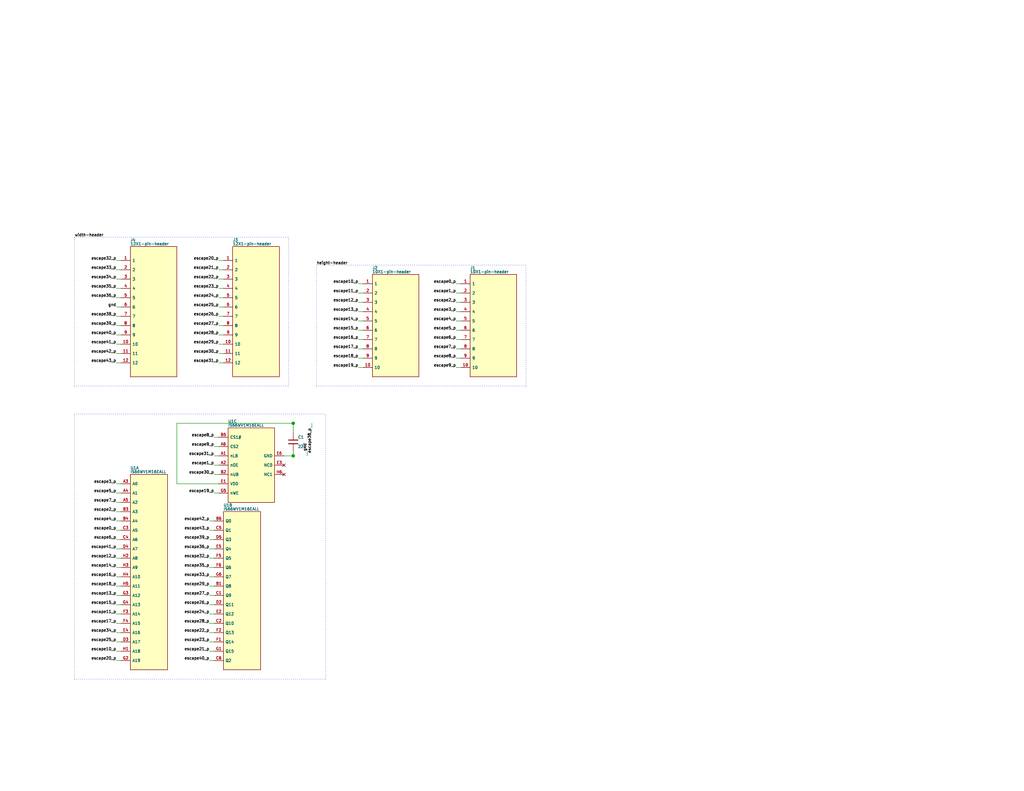
<source format=kicad_sch>
(kicad_sch (version 20230121) (generator jitx)
  (paper "A")
  (lib_symbols
    (symbol "box_symbol_10L_0R_0T_0B"
      (property "Reference" "U" (at -6.35 15.332 0.0))
      (property "Value" "box_symbol_10L_0R_0T_0B" (at -6.35 14.27 0.0))
      (symbol "box_symbol_10L_0R_0T_0B_1_0"
        (pin unspecified line (at -8.89 11.43 0) (length 2.54) (name "L0") (number "~"))
        (pin unspecified line (at -8.89 8.89 0) (length 2.54) (name "L1") (number "~"))
        (pin unspecified line (at -8.89 6.35 0) (length 2.54) (name "L2") (number "~"))
        (pin unspecified line (at -8.89 3.81 0) (length 2.54) (name "L3") (number "~"))
        (pin unspecified line (at -8.89 1.27 0) (length 2.54) (name "L4") (number "~"))
        (pin unspecified line (at -8.89 -1.27 0) (length 2.54) (name "L5") (number "~"))
        (pin unspecified line (at -8.89 -3.81 0) (length 2.54) (name "L6") (number "~"))
        (pin unspecified line (at -8.89 -6.35 0) (length 2.54) (name "L7") (number "~"))
        (pin unspecified line (at -8.89 -8.89 0) (length 2.54) (name "L8") (number "~"))
        (pin unspecified line (at -8.89 -11.43 0) (length 2.54) (name "L9") (number "~"))
        (rectangle (start -6.35 -13.97) (end 6.35 13.97) (stroke (width 0.0)) (fill (type background)))
      )
    )
    (symbol "box_symbol_12L_0R_0T_0B"
      (property "Reference" "U" (at -6.35 19.142 0.0))
      (property "Value" "box_symbol_12L_0R_0T_0B" (at -6.35 18.08 0.0))
      (symbol "box_symbol_12L_0R_0T_0B_1_0"
        (pin unspecified line (at -8.89 13.97 0) (length 2.54) (name "L0") (number "~"))
        (pin unspecified line (at -8.89 11.43 0) (length 2.54) (name "L1") (number "~"))
        (pin unspecified line (at -8.89 8.89 0) (length 2.54) (name "L2") (number "~"))
        (pin unspecified line (at -8.89 6.35 0) (length 2.54) (name "L3") (number "~"))
        (pin unspecified line (at -8.89 3.81 0) (length 2.54) (name "L4") (number "~"))
        (pin unspecified line (at -8.89 1.27 0) (length 2.54) (name "L5") (number "~"))
        (pin unspecified line (at -8.89 -1.27 0) (length 2.54) (name "L6") (number "~"))
        (pin unspecified line (at -8.89 -3.81 0) (length 2.54) (name "L7") (number "~"))
        (pin unspecified line (at -8.89 -6.35 0) (length 2.54) (name "L8") (number "~"))
        (pin unspecified line (at -8.89 -8.89 0) (length 2.54) (name "L9") (number "~"))
        (pin unspecified line (at -8.89 -11.43 0) (length 2.54) (name "L10") (number "~"))
        (pin unspecified line (at -8.89 -13.97 0) (length 2.54) (name "L11") (number "~"))
        (rectangle (start -6.35 -17.78) (end 6.35 17.78) (stroke (width 0.0)) (fill (type background)))
      )
    )
    (symbol "box_symbol_20L_0R_0T_0B"
      (property "Reference" "U" (at -5.08 28.032 0.0))
      (property "Value" "box_symbol_20L_0R_0T_0B" (at -5.08 26.97 0.0))
      (symbol "box_symbol_20L_0R_0T_0B_1_0"
        (pin unspecified line (at -7.62 24.13 0) (length 2.54) (name "L0") (number "~"))
        (pin unspecified line (at -7.62 21.59 0) (length 2.54) (name "L1") (number "~"))
        (pin unspecified line (at -7.62 19.05 0) (length 2.54) (name "L2") (number "~"))
        (pin unspecified line (at -7.62 16.51 0) (length 2.54) (name "L3") (number "~"))
        (pin unspecified line (at -7.62 13.97 0) (length 2.54) (name "L4") (number "~"))
        (pin unspecified line (at -7.62 11.43 0) (length 2.54) (name "L5") (number "~"))
        (pin unspecified line (at -7.62 8.89 0) (length 2.54) (name "L6") (number "~"))
        (pin unspecified line (at -7.62 6.35 0) (length 2.54) (name "L7") (number "~"))
        (pin unspecified line (at -7.62 3.81 0) (length 2.54) (name "L8") (number "~"))
        (pin unspecified line (at -7.62 1.27 0) (length 2.54) (name "L9") (number "~"))
        (pin unspecified line (at -7.62 -1.27 0) (length 2.54) (name "L10") (number "~"))
        (pin unspecified line (at -7.62 -3.81 0) (length 2.54) (name "L11") (number "~"))
        (pin unspecified line (at -7.62 -6.35 0) (length 2.54) (name "L12") (number "~"))
        (pin unspecified line (at -7.62 -8.89 0) (length 2.54) (name "L13") (number "~"))
        (pin unspecified line (at -7.62 -11.43 0) (length 2.54) (name "L14") (number "~"))
        (pin unspecified line (at -7.62 -13.97 0) (length 2.54) (name "L15") (number "~"))
        (pin unspecified line (at -7.62 -16.51 0) (length 2.54) (name "L16") (number "~"))
        (pin unspecified line (at -7.62 -19.05 0) (length 2.54) (name "L17") (number "~"))
        (pin unspecified line (at -7.62 -21.59 0) (length 2.54) (name "L18") (number "~"))
        (pin unspecified line (at -7.62 -24.13 0) (length 2.54) (name "L19") (number "~"))
        (rectangle (start -5.08 -26.67) (end 5.08 26.67) (stroke (width 0.0)) (fill (type background)))
      )
    )
    (symbol "box_symbol_16L_0R_0T_0B"
      (property "Reference" "U" (at -5.08 22.952 0.0))
      (property "Value" "box_symbol_16L_0R_0T_0B" (at -5.08 21.89 0.0))
      (symbol "box_symbol_16L_0R_0T_0B_1_0"
        (pin unspecified line (at -7.62 19.05 0) (length 2.54) (name "L0") (number "~"))
        (pin unspecified line (at -7.62 16.51 0) (length 2.54) (name "L1") (number "~"))
        (pin unspecified line (at -7.62 13.97 0) (length 2.54) (name "L2") (number "~"))
        (pin unspecified line (at -7.62 11.43 0) (length 2.54) (name "L3") (number "~"))
        (pin unspecified line (at -7.62 8.89 0) (length 2.54) (name "L4") (number "~"))
        (pin unspecified line (at -7.62 6.35 0) (length 2.54) (name "L5") (number "~"))
        (pin unspecified line (at -7.62 3.81 0) (length 2.54) (name "L6") (number "~"))
        (pin unspecified line (at -7.62 1.27 0) (length 2.54) (name "L7") (number "~"))
        (pin unspecified line (at -7.62 -1.27 0) (length 2.54) (name "L8") (number "~"))
        (pin unspecified line (at -7.62 -3.81 0) (length 2.54) (name "L9") (number "~"))
        (pin unspecified line (at -7.62 -6.35 0) (length 2.54) (name "L10") (number "~"))
        (pin unspecified line (at -7.62 -8.89 0) (length 2.54) (name "L11") (number "~"))
        (pin unspecified line (at -7.62 -11.43 0) (length 2.54) (name "L12") (number "~"))
        (pin unspecified line (at -7.62 -13.97 0) (length 2.54) (name "L13") (number "~"))
        (pin unspecified line (at -7.62 -16.51 0) (length 2.54) (name "L14") (number "~"))
        (pin unspecified line (at -7.62 -19.05 0) (length 2.54) (name "L15") (number "~"))
        (rectangle (start -5.08 -21.59) (end 5.08 21.59) (stroke (width 0.0)) (fill (type background)))
      )
    )
    (symbol "capacitor_sym"
      (property "Reference" "U" (at 1.27 1.27 0.0))
      (property "Value" "capacitor_sym" (at 1.27 -1.27 0.0))
      (symbol "capacitor_sym_1_0"
        (pin unspecified line (at 0.0 2.54 270) (length 0.0) (name "1") (number "~"))
        (pin unspecified line (at 0.0 -2.54 90) (length 0.0) (name "2") (number "~"))
        (polyline (pts (xy 0.0 2.54) (xy 0.0 0.508)) (stroke (width 0.127)))
        (polyline (pts (xy -1.27 0.508) (xy 1.27 0.508)) (stroke (width 0.254)))
        (polyline (pts (xy 0.0 -0.508) (xy 0.0 -2.54)) (stroke (width 0.127)))
        (polyline (pts (xy -1.27 -0.508) (xy 1.27 -0.508)) (stroke (width 0.254)))
      )
    )
    (symbol "box_symbol_7L_3R_0T_0B"
      (property "Reference" "U" (at -6.35 11.522 0.0))
      (property "Value" "box_symbol_7L_3R_0T_0B" (at -6.35 10.46 0.0))
      (symbol "box_symbol_7L_3R_0T_0B_1_0"
        (pin unspecified line (at -8.89 7.62 0) (length 2.54) (name "L0") (number "~"))
        (pin unspecified line (at -8.89 5.08 0) (length 2.54) (name "L1") (number "~"))
        (pin unspecified line (at -8.89 2.54 0) (length 2.54) (name "L2") (number "~"))
        (pin unspecified line (at -8.89 0.0 0) (length 2.54) (name "L3") (number "~"))
        (pin unspecified line (at -8.89 -2.54 0) (length 2.54) (name "L4") (number "~"))
        (pin unspecified line (at -8.89 -5.08 0) (length 2.54) (name "L5") (number "~"))
        (pin unspecified line (at -8.89 -7.62 0) (length 2.54) (name "L6") (number "~"))
        (pin unspecified line (at 8.89 2.54 180) (length 2.54) (name "R0") (number "~"))
        (pin unspecified line (at 8.89 0.0 180) (length 2.54) (name "R1") (number "~"))
        (pin unspecified line (at 8.89 -2.54 180) (length 2.54) (name "R2") (number "~"))
        (rectangle (start -6.35 -10.16) (end 6.35 10.16) (stroke (width 0.0)) (fill (type background)))
      )
    )
    (symbol "component"
      (property "Reference" "U" (at -5.08 28.032 0.0))
      (property "Value" "component" (at -5.08 26.97 0.0))
      (symbol "component_1_0"
        (pin unspecified line (at -7.62 24.13 0) (length 2.54) (name "A0") (number "A3"))
        (pin unspecified line (at -7.62 21.59 0) (length 2.54) (name "A1") (number "A4"))
        (pin unspecified line (at -7.62 19.05 0) (length 2.54) (name "A2") (number "A5"))
        (pin unspecified line (at -7.62 16.51 0) (length 2.54) (name "A3") (number "B3"))
        (pin unspecified line (at -7.62 13.97 0) (length 2.54) (name "A4") (number "B4"))
        (pin unspecified line (at -7.62 11.43 0) (length 2.54) (name "A5") (number "C3"))
        (pin unspecified line (at -7.62 8.89 0) (length 2.54) (name "A6") (number "C4"))
        (pin unspecified line (at -7.62 6.35 0) (length 2.54) (name "A7") (number "D4"))
        (pin unspecified line (at -7.62 3.81 0) (length 2.54) (name "A8") (number "H2"))
        (pin unspecified line (at -7.62 1.27 0) (length 2.54) (name "A9") (number "H3"))
        (pin unspecified line (at -7.62 -1.27 0) (length 2.54) (name "A10") (number "H4"))
        (pin unspecified line (at -7.62 -3.81 0) (length 2.54) (name "A11") (number "H5"))
        (pin unspecified line (at -7.62 -6.35 0) (length 2.54) (name "A12") (number "G3"))
        (pin unspecified line (at -7.62 -8.89 0) (length 2.54) (name "A13") (number "G4"))
        (pin unspecified line (at -7.62 -11.43 0) (length 2.54) (name "A14") (number "F3"))
        (pin unspecified line (at -7.62 -13.97 0) (length 2.54) (name "A15") (number "F4"))
        (pin unspecified line (at -7.62 -16.51 0) (length 2.54) (name "A16") (number "E4"))
        (pin unspecified line (at -7.62 -19.05 0) (length 2.54) (name "A17") (number "D3"))
        (pin unspecified line (at -7.62 -21.59 0) (length 2.54) (name "A18") (number "H1"))
        (pin unspecified line (at -7.62 -24.13 0) (length 2.54) (name "A19") (number "G2"))
        (rectangle (start -5.08 -26.67) (end 5.08 26.67) (stroke (width 0.0)) (fill (type background)))
      )
      (symbol "component_2_0"
        (pin unspecified line (at -7.62 19.05 0) (length 2.54) (name "Q0") (number "B6"))
        (pin unspecified line (at -7.62 16.51 0) (length 2.54) (name "Q1") (number "C5"))
        (pin unspecified line (at -7.62 13.97 0) (length 2.54) (name "Q3") (number "D5"))
        (pin unspecified line (at -7.62 11.43 0) (length 2.54) (name "Q4") (number "E5"))
        (pin unspecified line (at -7.62 8.89 0) (length 2.54) (name "Q5") (number "F5"))
        (pin unspecified line (at -7.62 6.35 0) (length 2.54) (name "Q6") (number "F6"))
        (pin unspecified line (at -7.62 3.81 0) (length 2.54) (name "Q7") (number "G6"))
        (pin unspecified line (at -7.62 1.27 0) (length 2.54) (name "Q8") (number "B1"))
        (pin unspecified line (at -7.62 -1.27 0) (length 2.54) (name "Q9") (number "C1"))
        (pin unspecified line (at -7.62 -3.81 0) (length 2.54) (name "Q11") (number "D2"))
        (pin unspecified line (at -7.62 -6.35 0) (length 2.54) (name "Q12") (number "E2"))
        (pin unspecified line (at -7.62 -8.89 0) (length 2.54) (name "Q10") (number "C2"))
        (pin unspecified line (at -7.62 -11.43 0) (length 2.54) (name "Q13") (number "F2"))
        (pin unspecified line (at -7.62 -13.97 0) (length 2.54) (name "Q14") (number "F1"))
        (pin unspecified line (at -7.62 -16.51 0) (length 2.54) (name "Q15") (number "G1"))
        (pin unspecified line (at -7.62 -19.05 0) (length 2.54) (name "Q2") (number "C6"))
        (rectangle (start -5.08 -21.59) (end 5.08 21.59) (stroke (width 0.0)) (fill (type background)))
      )
      (symbol "component_3_0"
        (pin unspecified line (at -8.89 7.62 0) (length 2.54) (name "CS1#") (number "B5"))
        (pin unspecified line (at -8.89 5.08 0) (length 2.54) (name "CS2") (number "A6"))
        (pin unspecified line (at -8.89 2.54 0) (length 2.54) (name "nLB") (number "A1"))
        (pin unspecified line (at -8.89 0.0 0) (length 2.54) (name "nOE") (number "A2"))
        (pin unspecified line (at -8.89 -2.54 0) (length 2.54) (name "nUB") (number "B2"))
        (pin unspecified line (at -8.89 -5.08 0) (length 2.54) (name "VDD") (number "E1"))
        (pin unspecified line (at -8.89 -5.08 0) (length 0.0) (name "VDD") (number "D6"))
        (pin unspecified line (at -8.89 -7.62 0) (length 2.54) (name "nWE") (number "G5"))
        (pin unspecified line (at 8.89 2.54 180) (length 2.54) (name "GND") (number "E6"))
        (pin unspecified line (at 8.89 2.54 180) (length 0.0) (name "GND") (number "D1"))
        (pin no_connect line (at 8.89 0.0 180) (length 2.54) (name "NC0") (number "E3"))
        (pin no_connect line (at 8.89 -2.54 180) (length 2.54) (name "NC1") (number "H6"))
        (rectangle (start -6.35 -10.16) (end 6.35 10.16) (stroke (width 0.0)) (fill (type background)))
      )
    )
    (symbol "my_capacitor"
      (property "Reference" "C" (at 1.27 1.27 0.0))
      (property "Value" "my_capacitor" (at 1.27 -1.27 0.0))
      (symbol "my_capacitor_1_0"
        (pin unspecified line (at 0.0 2.54 270) (length 0.0) (name "1") (number "1"))
        (pin unspecified line (at 0.0 -2.54 90) (length 0.0) (name "2") (number "2"))
        (polyline (pts (xy 0.0 2.54) (xy 0.0 0.508)) (stroke (width 0.127)))
        (polyline (pts (xy -1.27 0.508) (xy 1.27 0.508)) (stroke (width 0.254)))
        (polyline (pts (xy 0.0 -0.508) (xy 0.0 -2.54)) (stroke (width 0.127)))
        (polyline (pts (xy -1.27 -0.508) (xy 1.27 -0.508)) (stroke (width 0.254)))
      )
    )
    (symbol "pin_header"
      (property "Reference" "J" (at -6.35 15.332 0.0))
      (property "Value" "pin_header" (at -6.35 14.27 0.0))
      (symbol "pin_header_1_0"
        (pin unspecified line (at -8.89 11.43 0) (length 2.54) (name "1") (number "1"))
        (pin unspecified line (at -8.89 8.89 0) (length 2.54) (name "2") (number "2"))
        (pin unspecified line (at -8.89 6.35 0) (length 2.54) (name "3") (number "3"))
        (pin unspecified line (at -8.89 3.81 0) (length 2.54) (name "4") (number "4"))
        (pin unspecified line (at -8.89 1.27 0) (length 2.54) (name "5") (number "5"))
        (pin unspecified line (at -8.89 -1.27 0) (length 2.54) (name "6") (number "6"))
        (pin unspecified line (at -8.89 -3.81 0) (length 2.54) (name "7") (number "7"))
        (pin unspecified line (at -8.89 -6.35 0) (length 2.54) (name "8") (number "8"))
        (pin unspecified line (at -8.89 -8.89 0) (length 2.54) (name "9") (number "9"))
        (pin unspecified line (at -8.89 -11.43 0) (length 2.54) (name "10") (number "10"))
        (rectangle (start -6.35 -13.97) (end 6.35 13.97) (stroke (width 0.0)) (fill (type background)))
      )
    )
    (symbol "pin_header_1"
      (property "Reference" "J" (at -6.35 19.142 0.0))
      (property "Value" "pin_header_1" (at -6.35 18.08 0.0))
      (symbol "pin_header_1_1_0"
        (pin unspecified line (at -8.89 13.97 0) (length 2.54) (name "1") (number "1"))
        (pin unspecified line (at -8.89 11.43 0) (length 2.54) (name "2") (number "2"))
        (pin unspecified line (at -8.89 8.89 0) (length 2.54) (name "3") (number "3"))
        (pin unspecified line (at -8.89 6.35 0) (length 2.54) (name "4") (number "4"))
        (pin unspecified line (at -8.89 3.81 0) (length 2.54) (name "5") (number "5"))
        (pin unspecified line (at -8.89 1.27 0) (length 2.54) (name "6") (number "6"))
        (pin unspecified line (at -8.89 -1.27 0) (length 2.54) (name "7") (number "7"))
        (pin unspecified line (at -8.89 -3.81 0) (length 2.54) (name "8") (number "8"))
        (pin unspecified line (at -8.89 -6.35 0) (length 2.54) (name "9") (number "9"))
        (pin unspecified line (at -8.89 -8.89 0) (length 2.54) (name "10") (number "10"))
        (pin unspecified line (at -8.89 -11.43 0) (length 2.54) (name "11") (number "11"))
        (pin unspecified line (at -8.89 -13.97 0) (length 2.54) (name "12") (number "12"))
        (rectangle (start -6.35 -17.78) (end 6.35 17.78) (stroke (width 0.0)) (fill (type background)))
      )
    )
  )
  (wire (pts (xy 97.79 95.25) (xy 99.06 95.25)) (stroke (width 0.127)))
  (wire (pts (xy 97.79 80.01) (xy 99.06 80.01)) (stroke (width 0.127)))
  (wire (pts (xy 97.79 97.79) (xy 99.06 97.79)) (stroke (width 0.127)))
  (wire (pts (xy 97.79 85.09) (xy 99.06 85.09)) (stroke (width 0.127)))
  (wire (pts (xy 97.79 100.33) (xy 99.06 100.33)) (stroke (width 0.127)))
  (wire (pts (xy 97.79 92.71) (xy 99.06 92.71)) (stroke (width 0.127)))
  (wire (pts (xy 97.79 82.55) (xy 99.06 82.55)) (stroke (width 0.127)))
  (wire (pts (xy 97.79 90.17) (xy 99.06 90.17)) (stroke (width 0.127)))
  (wire (pts (xy 97.79 77.47) (xy 99.06 77.47)) (stroke (width 0.127)))
  (wire (pts (xy 97.79 87.63) (xy 99.06 87.63)) (stroke (width 0.127)))
  (wire (pts (xy 124.46 95.25) (xy 125.73 95.25)) (stroke (width 0.127)))
  (wire (pts (xy 124.46 77.47) (xy 125.73 77.47)) (stroke (width 0.127)))
  (wire (pts (xy 124.46 85.09) (xy 125.73 85.09)) (stroke (width 0.127)))
  (wire (pts (xy 124.46 80.01) (xy 125.73 80.01)) (stroke (width 0.127)))
  (wire (pts (xy 124.46 100.33) (xy 125.73 100.33)) (stroke (width 0.127)))
  (wire (pts (xy 124.46 90.17) (xy 125.73 90.17)) (stroke (width 0.127)))
  (wire (pts (xy 124.46 87.63) (xy 125.73 87.63)) (stroke (width 0.127)))
  (wire (pts (xy 124.46 97.79) (xy 125.73 97.79)) (stroke (width 0.127)))
  (wire (pts (xy 124.46 82.55) (xy 125.73 82.55)) (stroke (width 0.127)))
  (wire (pts (xy 124.46 92.71) (xy 125.73 92.71)) (stroke (width 0.127)))
  (wire (pts (xy 31.75 83.82) (xy 33.02 83.82)) (stroke (width 0.127)))
  (wire (pts (xy 31.75 81.28) (xy 33.02 81.28)) (stroke (width 0.127)))
  (wire (pts (xy 31.75 86.36) (xy 33.02 86.36)) (stroke (width 0.127)))
  (wire (pts (xy 31.75 88.9) (xy 33.02 88.9)) (stroke (width 0.127)))
  (wire (pts (xy 31.75 73.66) (xy 33.02 73.66)) (stroke (width 0.127)))
  (wire (pts (xy 31.75 93.98) (xy 33.02 93.98)) (stroke (width 0.127)))
  (wire (pts (xy 31.75 71.12) (xy 33.02 71.12)) (stroke (width 0.127)))
  (wire (pts (xy 31.75 96.52) (xy 33.02 96.52)) (stroke (width 0.127)))
  (wire (pts (xy 31.75 76.2) (xy 33.02 76.2)) (stroke (width 0.127)))
  (wire (pts (xy 31.75 91.44) (xy 33.02 91.44)) (stroke (width 0.127)))
  (wire (pts (xy 31.75 78.74) (xy 33.02 78.74)) (stroke (width 0.127)))
  (wire (pts (xy 31.75 99.06) (xy 33.02 99.06)) (stroke (width 0.127)))
  (wire (pts (xy 59.69 86.36) (xy 60.96 86.36)) (stroke (width 0.127)))
  (wire (pts (xy 59.69 96.52) (xy 60.96 96.52)) (stroke (width 0.127)))
  (wire (pts (xy 59.69 73.66) (xy 60.96 73.66)) (stroke (width 0.127)))
  (wire (pts (xy 59.69 99.06) (xy 60.96 99.06)) (stroke (width 0.127)))
  (wire (pts (xy 59.69 83.82) (xy 60.96 83.82)) (stroke (width 0.127)))
  (wire (pts (xy 59.69 93.98) (xy 60.96 93.98)) (stroke (width 0.127)))
  (wire (pts (xy 59.69 91.44) (xy 60.96 91.44)) (stroke (width 0.127)))
  (wire (pts (xy 59.69 88.9) (xy 60.96 88.9)) (stroke (width 0.127)))
  (wire (pts (xy 59.69 78.74) (xy 60.96 78.74)) (stroke (width 0.127)))
  (wire (pts (xy 59.69 71.12) (xy 60.96 71.12)) (stroke (width 0.127)))
  (wire (pts (xy 59.69 76.2) (xy 60.96 76.2)) (stroke (width 0.127)))
  (wire (pts (xy 59.69 81.28) (xy 60.96 81.28)) (stroke (width 0.127)))
  (wire (pts (xy 31.75 170.18) (xy 33.02 170.18)) (stroke (width 0.127)))
  (wire (pts (xy 31.75 167.64) (xy 33.02 167.64)) (stroke (width 0.127)))
  (wire (pts (xy 31.75 137.16) (xy 33.02 137.16)) (stroke (width 0.127)))
  (wire (pts (xy 31.75 144.78) (xy 33.02 144.78)) (stroke (width 0.127)))
  (wire (pts (xy 31.75 175.26) (xy 33.02 175.26)) (stroke (width 0.127)))
  (wire (pts (xy 31.75 160.02) (xy 33.02 160.02)) (stroke (width 0.127)))
  (wire (pts (xy 31.75 132.08) (xy 33.02 132.08)) (stroke (width 0.127)))
  (wire (pts (xy 31.75 162.56) (xy 33.02 162.56)) (stroke (width 0.127)))
  (wire (pts (xy 31.75 157.48) (xy 33.02 157.48)) (stroke (width 0.127)))
  (wire (pts (xy 31.75 149.86) (xy 33.02 149.86)) (stroke (width 0.127)))
  (wire (pts (xy 31.75 134.62) (xy 33.02 134.62)) (stroke (width 0.127)))
  (wire (pts (xy 31.75 142.24) (xy 33.02 142.24)) (stroke (width 0.127)))
  (wire (pts (xy 31.75 172.72) (xy 33.02 172.72)) (stroke (width 0.127)))
  (wire (pts (xy 31.75 139.7) (xy 33.02 139.7)) (stroke (width 0.127)))
  (wire (pts (xy 31.75 152.4) (xy 33.02 152.4)) (stroke (width 0.127)))
  (wire (pts (xy 31.75 147.32) (xy 33.02 147.32)) (stroke (width 0.127)))
  (wire (pts (xy 31.75 180.34) (xy 33.02 180.34)) (stroke (width 0.127)))
  (wire (pts (xy 31.75 165.1) (xy 33.02 165.1)) (stroke (width 0.127)))
  (wire (pts (xy 31.75 177.8) (xy 33.02 177.8)) (stroke (width 0.127)))
  (wire (pts (xy 31.75 154.94) (xy 33.02 154.94)) (stroke (width 0.127)))
  (wire (pts (xy 57.15 165.1) (xy 58.42 165.1)) (stroke (width 0.127)))
  (wire (pts (xy 57.15 177.8) (xy 58.42 177.8)) (stroke (width 0.127)))
  (wire (pts (xy 57.15 149.86) (xy 58.42 149.86)) (stroke (width 0.127)))
  (wire (pts (xy 57.15 147.32) (xy 58.42 147.32)) (stroke (width 0.127)))
  (wire (pts (xy 57.15 157.48) (xy 58.42 157.48)) (stroke (width 0.127)))
  (wire (pts (xy 57.15 160.02) (xy 58.42 160.02)) (stroke (width 0.127)))
  (wire (pts (xy 57.15 170.18) (xy 58.42 170.18)) (stroke (width 0.127)))
  (wire (pts (xy 57.15 152.4) (xy 58.42 152.4)) (stroke (width 0.127)))
  (wire (pts (xy 57.15 162.56) (xy 58.42 162.56)) (stroke (width 0.127)))
  (wire (pts (xy 57.15 142.24) (xy 58.42 142.24)) (stroke (width 0.127)))
  (wire (pts (xy 57.15 175.26) (xy 58.42 175.26)) (stroke (width 0.127)))
  (wire (pts (xy 57.15 180.34) (xy 58.42 180.34)) (stroke (width 0.127)))
  (wire (pts (xy 57.15 172.72) (xy 58.42 172.72)) (stroke (width 0.127)))
  (wire (pts (xy 57.15 154.94) (xy 58.42 154.94)) (stroke (width 0.127)))
  (wire (pts (xy 57.15 144.78) (xy 58.42 144.78)) (stroke (width 0.127)))
  (wire (pts (xy 57.15 167.64) (xy 58.42 167.64)) (stroke (width 0.127)))
  (wire (pts (xy 77.47 124.46) (xy 83.82 124.46)) (stroke (width 0.127)))
  (wire (pts (xy 80.01 124.46) (xy 80.01 123.19)) (stroke (width 0.127)))
  (wire (pts (xy 83.82 124.46) (xy 83.82 123.19)) (stroke (width 0.127)))
  (wire (pts (xy 48.26 132.08) (xy 59.69 132.08)) (stroke (width 0.127)))
  (wire (pts (xy 48.26 115.57) (xy 85.09 115.57)) (stroke (width 0.127)))
  (wire (pts (xy 80.01 118.11) (xy 80.01 115.57)) (stroke (width 0.127)))
  (wire (pts (xy 85.09 116.84) (xy 85.09 115.57)) (stroke (width 0.127)))
  (wire (pts (xy 48.26 132.08) (xy 48.26 115.57)) (stroke (width 0.127)))
  (wire (pts (xy 58.42 129.54) (xy 59.69 129.54)) (stroke (width 0.127)))
  (wire (pts (xy 58.42 124.46) (xy 59.69 124.46)) (stroke (width 0.127)))
  (wire (pts (xy 58.42 134.62) (xy 59.69 134.62)) (stroke (width 0.127)))
  (wire (pts (xy 58.42 127.0) (xy 59.69 127.0)) (stroke (width 0.127)))
  (wire (pts (xy 58.42 121.92) (xy 59.69 121.92)) (stroke (width 0.127)))
  (wire (pts (xy 58.42 119.38) (xy 59.69 119.38)) (stroke (width 0.127)))
  (polyline (pts (xy 86.36 72.39) (xy 143.51 72.39)) (stroke (width 0.127) (type dot)))
  (polyline (pts (xy 86.36 105.41) (xy 143.51 105.41)) (stroke (width 0.127) (type dot)))
  (polyline (pts (xy 86.36 105.41) (xy 86.36 72.39)) (stroke (width 0.127) (type dot)))
  (polyline (pts (xy 143.51 105.41) (xy 143.51 72.39)) (stroke (width 0.127) (type dot)))
  (polyline (pts (xy 20.32 64.77) (xy 78.74 64.77)) (stroke (width 0.127) (type dot)))
  (polyline (pts (xy 20.32 105.41) (xy 78.74 105.41)) (stroke (width 0.127) (type dot)))
  (polyline (pts (xy 20.32 105.41) (xy 20.32 64.77)) (stroke (width 0.127) (type dot)))
  (polyline (pts (xy 78.74 105.41) (xy 78.74 64.77)) (stroke (width 0.127) (type dot)))
  (polyline (pts (xy 20.32 113.03) (xy 88.9 113.03)) (stroke (width 0.127) (type dot)))
  (polyline (pts (xy 20.32 185.42) (xy 88.9 185.42)) (stroke (width 0.127) (type dot)))
  (polyline (pts (xy 20.32 185.42) (xy 20.32 113.03)) (stroke (width 0.127) (type dot)))
  (polyline (pts (xy 88.9 185.42) (xy 88.9 113.03)) (stroke (width 0.127) (type dot)))
  (junction (at 80.01 124.46) (diameter 0.762))
  (junction (at 80.01 115.57) (diameter 0.762))
  (label "height-header" (at 86.36 72.39 0) (effects (font (size 0.762 0.762))))
  (label "width-header" (at 20.32 64.77 0) (effects (font (size 0.762 0.762))))
  (label "escape17_p" (at 97.79 95.25 180) (effects (font (size 0.762 0.762))))
  (label "escape11_p" (at 97.79 80.01 180) (effects (font (size 0.762 0.762))))
  (label "escape18_p" (at 97.79 97.79 180) (effects (font (size 0.762 0.762))))
  (label "escape13_p" (at 97.79 85.09 180) (effects (font (size 0.762 0.762))))
  (label "escape19_p" (at 97.79 100.33 180) (effects (font (size 0.762 0.762))))
  (label "escape16_p" (at 97.79 92.71 180) (effects (font (size 0.762 0.762))))
  (label "escape12_p" (at 97.79 82.55 180) (effects (font (size 0.762 0.762))))
  (label "escape15_p" (at 97.79 90.17 180) (effects (font (size 0.762 0.762))))
  (label "escape10_p" (at 97.79 77.47 180) (effects (font (size 0.762 0.762))))
  (label "escape14_p" (at 97.79 87.63 180) (effects (font (size 0.762 0.762))))
  (label "escape7_p" (at 124.46 95.25 180) (effects (font (size 0.762 0.762))))
  (label "escape0_p" (at 124.46 77.47 180) (effects (font (size 0.762 0.762))))
  (label "escape3_p" (at 124.46 85.09 180) (effects (font (size 0.762 0.762))))
  (label "escape1_p" (at 124.46 80.01 180) (effects (font (size 0.762 0.762))))
  (label "escape9_p" (at 124.46 100.33 180) (effects (font (size 0.762 0.762))))
  (label "escape5_p" (at 124.46 90.17 180) (effects (font (size 0.762 0.762))))
  (label "escape4_p" (at 124.46 87.63 180) (effects (font (size 0.762 0.762))))
  (label "escape8_p" (at 124.46 97.79 180) (effects (font (size 0.762 0.762))))
  (label "escape2_p" (at 124.46 82.55 180) (effects (font (size 0.762 0.762))))
  (label "escape6_p" (at 124.46 92.71 180) (effects (font (size 0.762 0.762))))
  (label "gnd" (at 31.75 83.82 180) (effects (font (size 0.762 0.762))))
  (label "escape36_p" (at 31.75 81.28 180) (effects (font (size 0.762 0.762))))
  (label "escape38_p" (at 31.75 86.36 180) (effects (font (size 0.762 0.762))))
  (label "escape39_p" (at 31.75 88.9 180) (effects (font (size 0.762 0.762))))
  (label "escape33_p" (at 31.75 73.66 180) (effects (font (size 0.762 0.762))))
  (label "escape41_p" (at 31.75 93.98 180) (effects (font (size 0.762 0.762))))
  (label "escape32_p" (at 31.75 71.12 180) (effects (font (size 0.762 0.762))))
  (label "escape42_p" (at 31.75 96.52 180) (effects (font (size 0.762 0.762))))
  (label "escape34_p" (at 31.75 76.2 180) (effects (font (size 0.762 0.762))))
  (label "escape40_p" (at 31.75 91.44 180) (effects (font (size 0.762 0.762))))
  (label "escape35_p" (at 31.75 78.74 180) (effects (font (size 0.762 0.762))))
  (label "escape43_p" (at 31.75 99.06 180) (effects (font (size 0.762 0.762))))
  (label "escape26_p" (at 59.69 86.36 180) (effects (font (size 0.762 0.762))))
  (label "escape30_p" (at 59.69 96.52 180) (effects (font (size 0.762 0.762))))
  (label "escape21_p" (at 59.69 73.66 180) (effects (font (size 0.762 0.762))))
  (label "escape31_p" (at 59.69 99.06 180) (effects (font (size 0.762 0.762))))
  (label "escape25_p" (at 59.69 83.82 180) (effects (font (size 0.762 0.762))))
  (label "escape29_p" (at 59.69 93.98 180) (effects (font (size 0.762 0.762))))
  (label "escape28_p" (at 59.69 91.44 180) (effects (font (size 0.762 0.762))))
  (label "escape27_p" (at 59.69 88.9 180) (effects (font (size 0.762 0.762))))
  (label "escape23_p" (at 59.69 78.74 180) (effects (font (size 0.762 0.762))))
  (label "escape20_p" (at 59.69 71.12 180) (effects (font (size 0.762 0.762))))
  (label "escape22_p" (at 59.69 76.2 180) (effects (font (size 0.762 0.762))))
  (label "escape24_p" (at 59.69 81.28 180) (effects (font (size 0.762 0.762))))
  (label "escape17_p" (at 31.75 170.18 180) (effects (font (size 0.762 0.762))))
  (label "escape11_p" (at 31.75 167.64 180) (effects (font (size 0.762 0.762))))
  (label "escape7_p" (at 31.75 137.16 180) (effects (font (size 0.762 0.762))))
  (label "escape0_p" (at 31.75 144.78 180) (effects (font (size 0.762 0.762))))
  (label "escape25_p" (at 31.75 175.26 180) (effects (font (size 0.762 0.762))))
  (label "escape18_p" (at 31.75 160.02 180) (effects (font (size 0.762 0.762))))
  (label "escape3_p" (at 31.75 132.08 180) (effects (font (size 0.762 0.762))))
  (label "escape13_p" (at 31.75 162.56 180) (effects (font (size 0.762 0.762))))
  (label "escape16_p" (at 31.75 157.48 180) (effects (font (size 0.762 0.762))))
  (label "escape41_p" (at 31.75 149.86 180) (effects (font (size 0.762 0.762))))
  (label "escape5_p" (at 31.75 134.62 180) (effects (font (size 0.762 0.762))))
  (label "escape4_p" (at 31.75 142.24 180) (effects (font (size 0.762 0.762))))
  (label "escape34_p" (at 31.75 172.72 180) (effects (font (size 0.762 0.762))))
  (label "escape2_p" (at 31.75 139.7 180) (effects (font (size 0.762 0.762))))
  (label "escape12_p" (at 31.75 152.4 180) (effects (font (size 0.762 0.762))))
  (label "escape6_p" (at 31.75 147.32 180) (effects (font (size 0.762 0.762))))
  (label "escape20_p" (at 31.75 180.34 180) (effects (font (size 0.762 0.762))))
  (label "escape15_p" (at 31.75 165.1 180) (effects (font (size 0.762 0.762))))
  (label "escape10_p" (at 31.75 177.8 180) (effects (font (size 0.762 0.762))))
  (label "escape14_p" (at 31.75 154.94 180) (effects (font (size 0.762 0.762))))
  (label "escape26_p" (at 57.15 165.1 180) (effects (font (size 0.762 0.762))))
  (label "escape21_p" (at 57.15 177.8 180) (effects (font (size 0.762 0.762))))
  (label "escape36_p" (at 57.15 149.86 180) (effects (font (size 0.762 0.762))))
  (label "escape39_p" (at 57.15 147.32 180) (effects (font (size 0.762 0.762))))
  (label "escape33_p" (at 57.15 157.48 180) (effects (font (size 0.762 0.762))))
  (label "escape29_p" (at 57.15 160.02 180) (effects (font (size 0.762 0.762))))
  (label "escape28_p" (at 57.15 170.18 180) (effects (font (size 0.762 0.762))))
  (label "escape32_p" (at 57.15 152.4 180) (effects (font (size 0.762 0.762))))
  (label "escape27_p" (at 57.15 162.56 180) (effects (font (size 0.762 0.762))))
  (label "escape42_p" (at 57.15 142.24 180) (effects (font (size 0.762 0.762))))
  (label "escape23_p" (at 57.15 175.26 180) (effects (font (size 0.762 0.762))))
  (label "escape40_p" (at 57.15 180.34 180) (effects (font (size 0.762 0.762))))
  (label "escape22_p" (at 57.15 172.72 180) (effects (font (size 0.762 0.762))))
  (label "escape35_p" (at 57.15 154.94 180) (effects (font (size 0.762 0.762))))
  (label "escape43_p" (at 57.15 144.78 180) (effects (font (size 0.762 0.762))))
  (label "escape24_p" (at 57.15 167.64 180) (effects (font (size 0.762 0.762))))
  (label "gnd" (at 83.82 123.19 90) (effects (font (size 0.762 0.762))))
  (label "escape38_p" (at 85.09 116.84 270) (effects (font (size 0.762 0.762))))
  (label "escape30_p" (at 58.42 129.54 180) (effects (font (size 0.762 0.762))))
  (label "escape31_p" (at 58.42 124.46 180) (effects (font (size 0.762 0.762))))
  (label "escape19_p" (at 58.42 134.62 180) (effects (font (size 0.762 0.762))))
  (label "escape1_p" (at 58.42 127.0 180) (effects (font (size 0.762 0.762))))
  (label "escape9_p" (at 58.42 121.92 180) (effects (font (size 0.762 0.762))))
  (label "escape8_p" (at 58.42 119.38 180) (effects (font (size 0.762 0.762))))
  (symbol (lib_id "pin_header_1") (at 41.91 85.09 0.0) (unit 1)
    (property "Reference" "J4" (at 35.56 65.948 0.0) (effects (font (size 0.762 0.762)) (justify left bottom)))
    (property "Value" "12X1-pin-header" (at 35.56 67.01 0.0) (effects (font (size 0.762 0.762)) (justify left bottom)))
    (property "Footprint" "two-layer:PIN_GRID" (effects hide))
    (property "Name" "width-header1" (effects hide))
    (property "Description" "Generic pin-header" (effects hide))
    (property "MPN" "12X1-pin-header" (effects hide))
    (property "Reference-prefix" "J" (effects hide))
  )
  (symbol (lib_id "pin_header_1") (at 69.85 85.09 0.0) (unit 1)
    (property "Reference" "J3" (at 63.5 65.948 0.0) (effects (font (size 0.762 0.762)) (justify left bottom)))
    (property "Value" "12X1-pin-header" (at 63.5 67.01 0.0) (effects (font (size 0.762 0.762)) (justify left bottom)))
    (property "Footprint" "two-layer:PIN_GRID" (effects hide))
    (property "Name" "width-header0" (effects hide))
    (property "Description" "Generic pin-header" (effects hide))
    (property "MPN" "12X1-pin-header" (effects hide))
    (property "Reference-prefix" "J" (effects hide))
  )
  (symbol (lib_id "pin_header") (at 107.95 88.9 0.0) (unit 1)
    (property "Reference" "J2" (at 101.6 73.568 0.0) (effects (font (size 0.762 0.762)) (justify left bottom)))
    (property "Value" "10X1-pin-header" (at 101.6 74.63 0.0) (effects (font (size 0.762 0.762)) (justify left bottom)))
    (property "Footprint" "two-layer:PIN_GRID_1" (effects hide))
    (property "Name" "height-header1" (effects hide))
    (property "Description" "Generic pin-header" (effects hide))
    (property "MPN" "10X1-pin-header" (effects hide))
    (property "Reference-prefix" "J" (effects hide))
  )
  (symbol (lib_id "pin_header") (at 134.62 88.9 0.0) (unit 1)
    (property "Reference" "J1" (at 128.27 73.568 0.0) (effects (font (size 0.762 0.762)) (justify left bottom)))
    (property "Value" "10X1-pin-header" (at 128.27 74.63 0.0) (effects (font (size 0.762 0.762)) (justify left bottom)))
    (property "Footprint" "two-layer:PIN_GRID_1" (effects hide))
    (property "Name" "height-header0" (effects hide))
    (property "Description" "Generic pin-header" (effects hide))
    (property "MPN" "10X1-pin-header" (effects hide))
    (property "Reference-prefix" "J" (effects hide))
  )
  (symbol (lib_id "my_capacitor") (at 80.01 120.65 0.0) (unit 1)
    (property "Reference" "C1" (at 81.28 119.38 0.0) (effects (font (size 0.762 0.762)) (justify left)))
    (property "Value" "22u" (at 81.28 121.92 0.0) (effects (font (size 0.762 0.762)) (justify left)))
    (property "Footprint" "two-layer:Pkg0603" (effects hide))
    (property "Datasheet" "https://search.murata.co.jp/Ceramy/image/img/A01X/G101/ENG/GRM187R61A226ME15-01.pdf" (effects hide))
    (property "Name" "cap" (effects hide))
    (property "Manufacturer" "Murata" (effects hide))
    (property "MPN" "GRM187R61A226ME15D" (effects hide))
    (property "Reference-prefix" "C" (effects hide))
  )
  (symbol (lib_id "component") (at 68.58 127.0 0.0) (unit 3)
    (property "Reference" "U1" (at 62.23 115.478 0.0) (effects (font (size 0.762 0.762)) (justify left bottom)))
    (property "Value" "IS66WV1M16EALL" (at 62.23 116.54 0.0) (effects (font (size 0.762 0.762)) (justify left bottom)))
    (property "Footprint" "two-layer:LP_MY_COMPONENT" (effects hide))
    (property "Name" "flash" (effects hide))
    (property "Manufacturer" "ISSI" (effects hide))
    (property "MPN" "IS66WV1M16EALL" (effects hide))
  )
  (symbol (lib_id "component") (at 66.04 161.29 0.0) (unit 2)
    (property "Reference" "U1" (at 60.96 138.338 0.0) (effects (font (size 0.762 0.762)) (justify left bottom)))
    (property "Value" "IS66WV1M16EALL" (at 60.96 139.4 0.0) (effects (font (size 0.762 0.762)) (justify left bottom)))
    (property "Footprint" "two-layer:LP_MY_COMPONENT" (effects hide))
    (property "Name" "flash" (effects hide))
    (property "Manufacturer" "ISSI" (effects hide))
    (property "MPN" "IS66WV1M16EALL" (effects hide))
  )
  (symbol (lib_id "component") (at 40.64 156.21 0.0) (unit 1)
    (property "Reference" "U1" (at 35.56 128.178 0.0) (effects (font (size 0.762 0.762)) (justify left bottom)))
    (property "Value" "IS66WV1M16EALL" (at 35.56 129.24 0.0) (effects (font (size 0.762 0.762)) (justify left bottom)))
    (property "Footprint" "two-layer:LP_MY_COMPONENT" (effects hide))
    (property "Name" "flash" (effects hide))
    (property "Manufacturer" "ISSI" (effects hide))
    (property "MPN" "IS66WV1M16EALL" (effects hide))
  )
)
</source>
